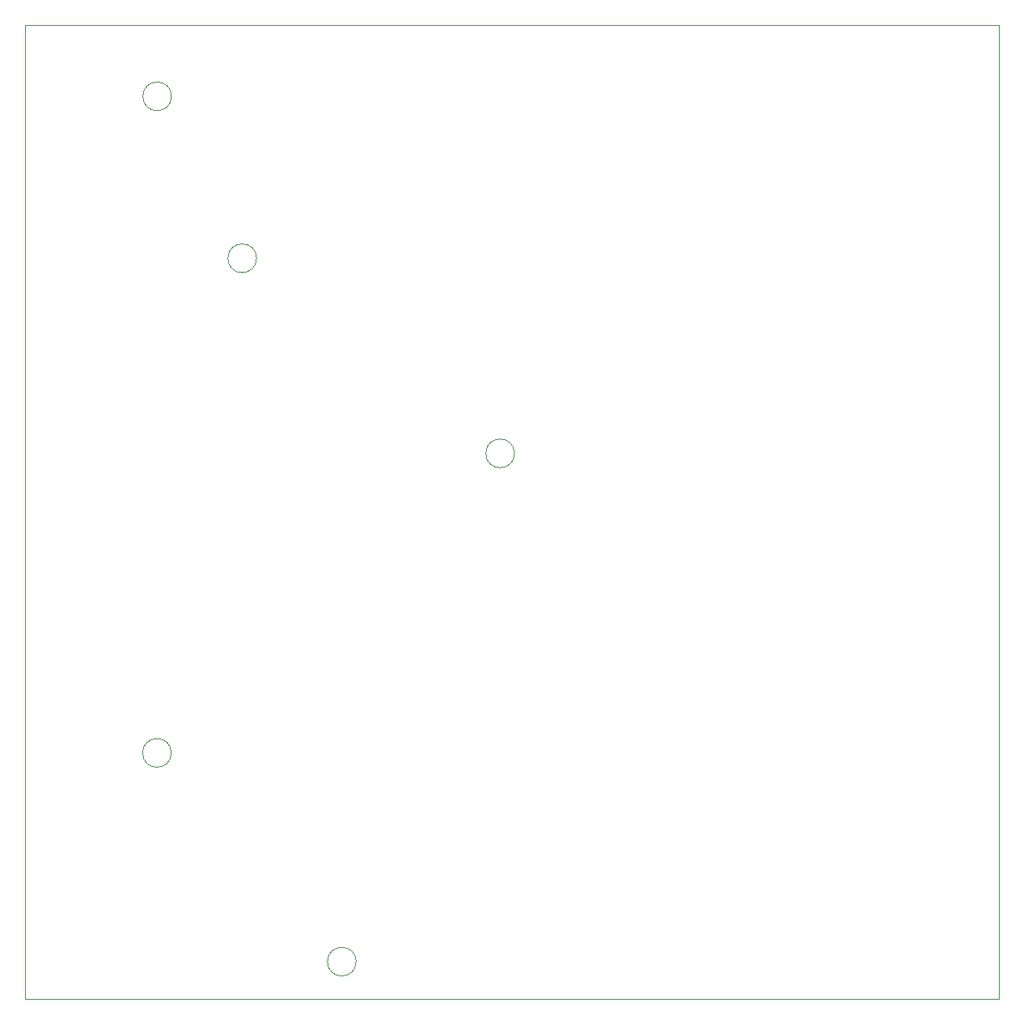
<source format=gbr>
%TF.GenerationSoftware,KiCad,Pcbnew,(6.0.5)*%
%TF.CreationDate,2023-05-31T19:37:03+03:00*%
%TF.ProjectId,JLC1,4a4c4331-2e6b-4696-9361-645f70636258,rev?*%
%TF.SameCoordinates,Original*%
%TF.FileFunction,Profile,NP*%
%FSLAX46Y46*%
G04 Gerber Fmt 4.6, Leading zero omitted, Abs format (unit mm)*
G04 Created by KiCad (PCBNEW (6.0.5)) date 2023-05-31 19:37:03*
%MOMM*%
%LPD*%
G01*
G04 APERTURE LIST*
%TA.AperFunction,Profile*%
%ADD10C,0.100000*%
%TD*%
G04 APERTURE END LIST*
D10*
X138995000Y-128495000D02*
G75*
G03*
X138995000Y-128495000I-1500000J0D01*
G01*
X155570000Y-75295000D02*
G75*
G03*
X155570000Y-75295000I-1500000J0D01*
G01*
X119670000Y-37920000D02*
G75*
G03*
X119670000Y-37920000I-1500000J0D01*
G01*
X128570000Y-54870000D02*
G75*
G03*
X128570000Y-54870000I-1500000J0D01*
G01*
X119645000Y-106645000D02*
G75*
G03*
X119645000Y-106645000I-1500000J0D01*
G01*
X206320000Y-132420000D02*
X104320000Y-132420000D01*
X104320000Y-132420000D02*
X104320000Y-30420000D01*
X104320000Y-30420000D02*
X206320000Y-30420000D01*
X206320000Y-30420000D02*
X206320000Y-132420000D01*
M02*

</source>
